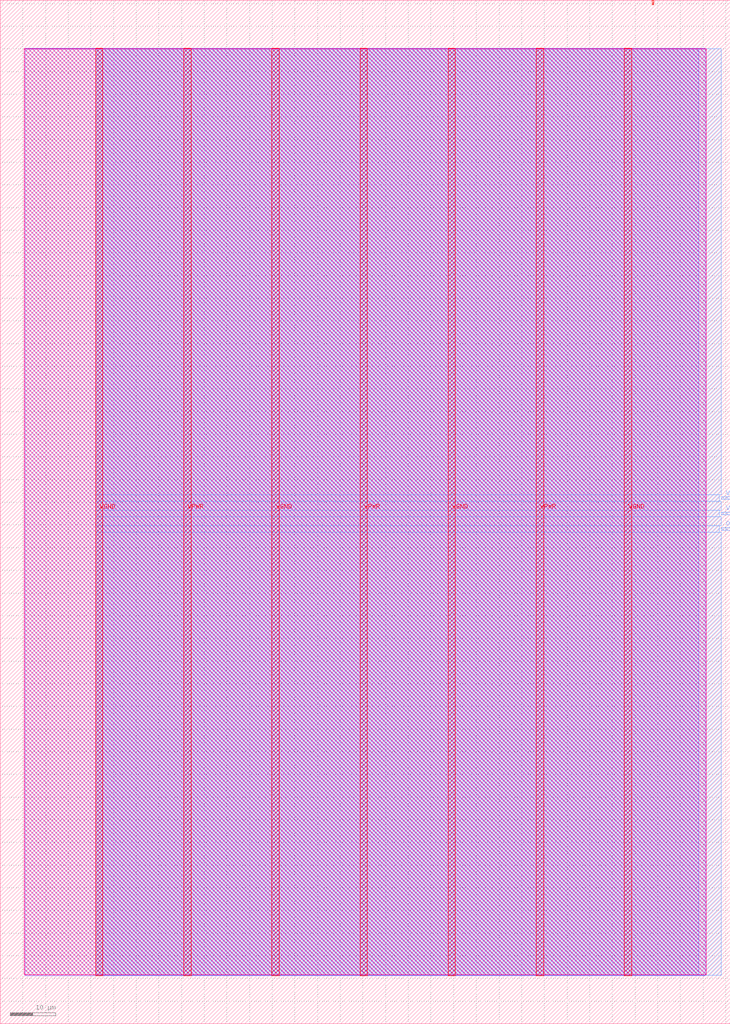
<source format=lef>
VERSION 5.7 ;
  NOWIREEXTENSIONATPIN ON ;
  DIVIDERCHAR "/" ;
  BUSBITCHARS "[]" ;
MACRO tt_um_test_1
  CLASS BLOCK ;
  FOREIGN tt_um_test_1 ;
  ORIGIN 0.000 0.000 ;
  SIZE 161.000 BY 225.760 ;
  PIN Out
    DIRECTION OUTPUT ;
    USE SIGNAL ;
    ANTENNADIFFAREA 0.601000 ;
    PORT
      LAYER met3 ;
        RECT 159.000 108.840 161.000 109.440 ;
    END
  END Out
  PIN VGND
    DIRECTION INOUT ;
    USE POWER ;
    PORT
      LAYER met4 ;
        RECT 21.040 10.640 22.640 215.120 ;
    END
    PORT
      LAYER met4 ;
        RECT 59.910 10.640 61.510 215.120 ;
    END
    PORT
      LAYER met4 ;
        RECT 98.780 10.640 100.380 215.120 ;
    END
    PORT
      LAYER met4 ;
        RECT 137.650 10.640 139.250 215.120 ;
    END
  END VGND
  PIN VPWR
    DIRECTION INOUT ;
    USE GROUND ;
    PORT
      LAYER met4 ;
        RECT 40.475 10.640 42.075 215.120 ;
    END
    PORT
      LAYER met4 ;
        RECT 79.345 10.640 80.945 215.120 ;
    END
    PORT
      LAYER met4 ;
        RECT 118.215 10.640 119.815 215.120 ;
    END
  END VPWR
  PIN Vin
    DIRECTION INPUT ;
    USE SIGNAL ;
    ANTENNAGATEAREA 0.196500 ;
    PORT
      LAYER met3 ;
        RECT 159.000 115.640 161.000 116.240 ;
    END
  END Vin
  PIN Vip
    DIRECTION INPUT ;
    USE SIGNAL ;
    ANTENNAGATEAREA 0.196500 ;
    PORT
      LAYER met3 ;
        RECT 159.000 112.240 161.000 112.840 ;
    END
  END Vip
  PIN clk
    DIRECTION INPUT ;
    USE SIGNAL ;
    PORT
      LAYER met4 ;
        RECT 143.830 224.760 144.130 225.760 ;
    END
  END clk
  OBS
      LAYER nwell ;
        RECT 5.330 10.795 155.670 215.070 ;
      LAYER li1 ;
        RECT 5.520 10.795 155.480 214.965 ;
      LAYER met1 ;
        RECT 5.520 10.640 155.480 215.120 ;
      LAYER met2 ;
        RECT 21.070 10.695 154.010 215.065 ;
      LAYER met3 ;
        RECT 21.050 116.640 159.000 215.045 ;
        RECT 21.050 115.240 158.600 116.640 ;
        RECT 21.050 113.240 159.000 115.240 ;
        RECT 21.050 111.840 158.600 113.240 ;
        RECT 21.050 109.840 159.000 111.840 ;
        RECT 21.050 108.440 158.600 109.840 ;
        RECT 21.050 10.715 159.000 108.440 ;
  END
END tt_um_test_1
END LIBRARY


</source>
